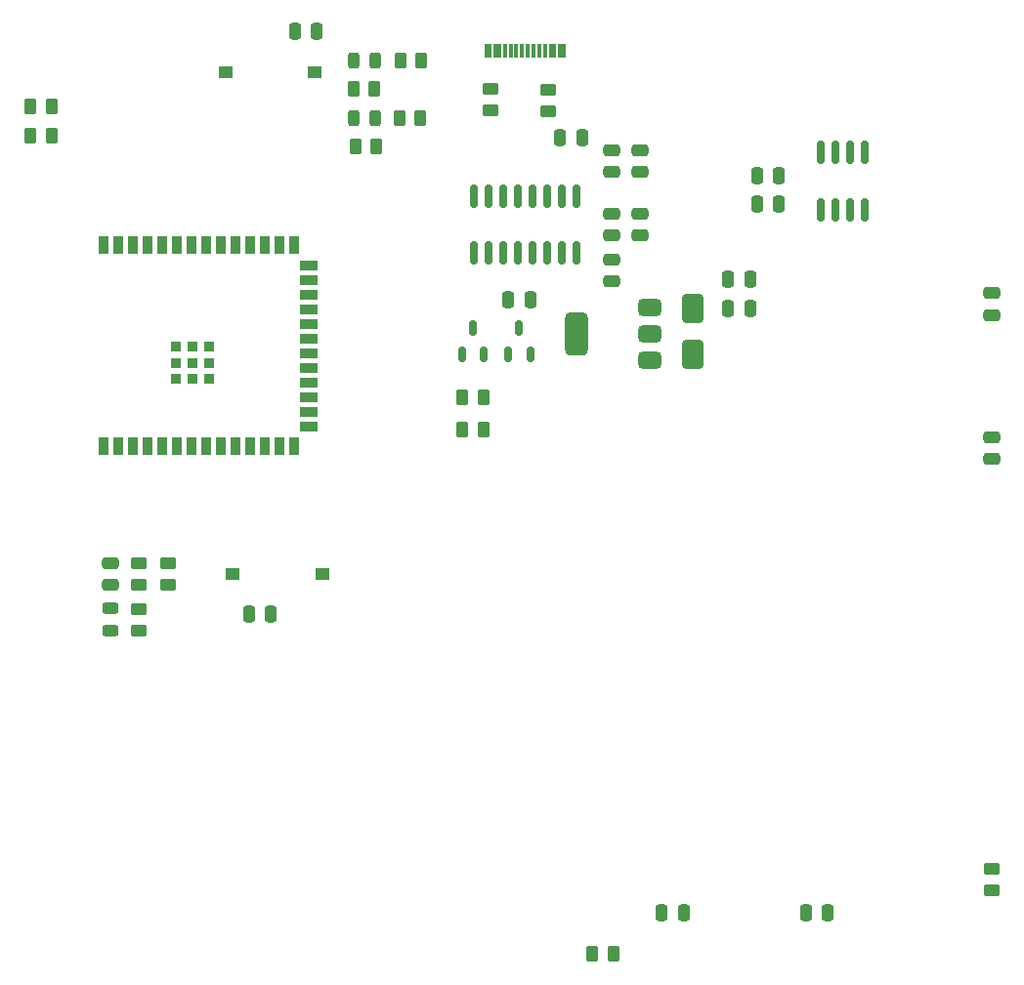
<source format=gbr>
%TF.GenerationSoftware,KiCad,Pcbnew,9.0.2-9.0.2-0~ubuntu24.04.1*%
%TF.CreationDate,2025-07-05T10:39:13-05:00*%
%TF.ProjectId,RECUV01,52454355-5630-4312-9e6b-696361645f70,rev?*%
%TF.SameCoordinates,Original*%
%TF.FileFunction,Paste,Top*%
%TF.FilePolarity,Positive*%
%FSLAX46Y46*%
G04 Gerber Fmt 4.6, Leading zero omitted, Abs format (unit mm)*
G04 Created by KiCad (PCBNEW 9.0.2-9.0.2-0~ubuntu24.04.1) date 2025-07-05 10:39:13*
%MOMM*%
%LPD*%
G01*
G04 APERTURE LIST*
G04 Aperture macros list*
%AMRoundRect*
0 Rectangle with rounded corners*
0 $1 Rounding radius*
0 $2 $3 $4 $5 $6 $7 $8 $9 X,Y pos of 4 corners*
0 Add a 4 corners polygon primitive as box body*
4,1,4,$2,$3,$4,$5,$6,$7,$8,$9,$2,$3,0*
0 Add four circle primitives for the rounded corners*
1,1,$1+$1,$2,$3*
1,1,$1+$1,$4,$5*
1,1,$1+$1,$6,$7*
1,1,$1+$1,$8,$9*
0 Add four rect primitives between the rounded corners*
20,1,$1+$1,$2,$3,$4,$5,0*
20,1,$1+$1,$4,$5,$6,$7,0*
20,1,$1+$1,$6,$7,$8,$9,0*
20,1,$1+$1,$8,$9,$2,$3,0*%
G04 Aperture macros list end*
%ADD10RoundRect,0.250000X-0.450000X0.262500X-0.450000X-0.262500X0.450000X-0.262500X0.450000X0.262500X0*%
%ADD11RoundRect,0.250000X-0.262500X-0.450000X0.262500X-0.450000X0.262500X0.450000X-0.262500X0.450000X0*%
%ADD12RoundRect,0.250000X0.262500X0.450000X-0.262500X0.450000X-0.262500X-0.450000X0.262500X-0.450000X0*%
%ADD13RoundRect,0.250000X0.475000X-0.250000X0.475000X0.250000X-0.475000X0.250000X-0.475000X-0.250000X0*%
%ADD14RoundRect,0.250000X-0.250000X-0.475000X0.250000X-0.475000X0.250000X0.475000X-0.250000X0.475000X0*%
%ADD15RoundRect,0.150000X-0.150000X0.825000X-0.150000X-0.825000X0.150000X-0.825000X0.150000X0.825000X0*%
%ADD16RoundRect,0.243750X-0.243750X-0.456250X0.243750X-0.456250X0.243750X0.456250X-0.243750X0.456250X0*%
%ADD17RoundRect,0.250000X0.450000X-0.262500X0.450000X0.262500X-0.450000X0.262500X-0.450000X-0.262500X0*%
%ADD18RoundRect,0.375000X0.625000X0.375000X-0.625000X0.375000X-0.625000X-0.375000X0.625000X-0.375000X0*%
%ADD19RoundRect,0.500000X0.500000X1.400000X-0.500000X1.400000X-0.500000X-1.400000X0.500000X-1.400000X0*%
%ADD20RoundRect,0.250000X0.650000X-1.000000X0.650000X1.000000X-0.650000X1.000000X-0.650000X-1.000000X0*%
%ADD21R,0.900000X1.500000*%
%ADD22R,1.500000X0.900000*%
%ADD23R,0.900000X0.900000*%
%ADD24R,0.300000X1.150000*%
%ADD25RoundRect,0.243750X0.456250X-0.243750X0.456250X0.243750X-0.456250X0.243750X-0.456250X-0.243750X0*%
%ADD26R,1.250000X1.000000*%
%ADD27RoundRect,0.250000X-0.475000X0.250000X-0.475000X-0.250000X0.475000X-0.250000X0.475000X0.250000X0*%
%ADD28RoundRect,0.250000X0.250000X0.475000X-0.250000X0.475000X-0.250000X-0.475000X0.250000X-0.475000X0*%
%ADD29RoundRect,0.150000X0.150000X-0.512500X0.150000X0.512500X-0.150000X0.512500X-0.150000X-0.512500X0*%
G04 APERTURE END LIST*
D10*
%TO.C,R2*%
X115840000Y-45037500D03*
X115840000Y-46862500D03*
%TD*%
D11*
%TO.C,R9*%
X108377500Y-71675000D03*
X110202500Y-71675000D03*
%TD*%
D12*
%TO.C,R15*%
X72752500Y-48950000D03*
X70927500Y-48950000D03*
%TD*%
D13*
%TO.C,C7*%
X123790000Y-57625000D03*
X123790000Y-55725000D03*
%TD*%
%TO.C,C6*%
X121290000Y-57625000D03*
X121290000Y-55725000D03*
%TD*%
D14*
%TO.C,C12*%
X89890000Y-90500000D03*
X91790000Y-90500000D03*
%TD*%
D15*
%TO.C,U4*%
X143245000Y-50450000D03*
X141975000Y-50450000D03*
X140705000Y-50450000D03*
X139435000Y-50450000D03*
X139435000Y-55400000D03*
X140705000Y-55400000D03*
X141975000Y-55400000D03*
X143245000Y-55400000D03*
%TD*%
D16*
%TO.C,D1*%
X98965000Y-42450000D03*
X100840000Y-42450000D03*
%TD*%
D14*
%TO.C,C2*%
X131390000Y-61450000D03*
X133290000Y-61450000D03*
%TD*%
D17*
%TO.C,R10*%
X80340000Y-87912500D03*
X80340000Y-86087500D03*
%TD*%
D18*
%TO.C,U2*%
X124590000Y-68475000D03*
X124590000Y-66175000D03*
D19*
X118290000Y-66175000D03*
D18*
X124590000Y-63875000D03*
%TD*%
D20*
%TO.C,D3*%
X128340000Y-67950000D03*
X128340000Y-63950000D03*
%TD*%
D21*
%TO.C,U3*%
X77260000Y-75950000D03*
X78530000Y-75950000D03*
X79800000Y-75950000D03*
X81070000Y-75950000D03*
X82340000Y-75950000D03*
X83610000Y-75950000D03*
X84880000Y-75950000D03*
X86150000Y-75950000D03*
X87420000Y-75950000D03*
X88690000Y-75950000D03*
X89960000Y-75950000D03*
X91230000Y-75950000D03*
X92500000Y-75950000D03*
X93770000Y-75950000D03*
D22*
X95020000Y-74185000D03*
X95020000Y-72915000D03*
X95020000Y-71645000D03*
X95020000Y-70375000D03*
X95020000Y-69105000D03*
X95020000Y-67835000D03*
X95020000Y-66565000D03*
X95020000Y-65295000D03*
X95020000Y-64025000D03*
X95020000Y-62755000D03*
X95020000Y-61485000D03*
X95020000Y-60215000D03*
D21*
X93770000Y-58450000D03*
X92500000Y-58450000D03*
X91230000Y-58450000D03*
X89960000Y-58450000D03*
X88690000Y-58450000D03*
X87420000Y-58450000D03*
X86150000Y-58450000D03*
X84880000Y-58450000D03*
X83610000Y-58450000D03*
X82340000Y-58450000D03*
X81070000Y-58450000D03*
X79800000Y-58450000D03*
X78530000Y-58450000D03*
X77260000Y-58450000D03*
D23*
X83580000Y-70100000D03*
X84980000Y-70100000D03*
X86380000Y-70100000D03*
X86380000Y-70100000D03*
X83580000Y-68700000D03*
X83580000Y-68700000D03*
X84980000Y-68700000D03*
X86380000Y-68700000D03*
X83580000Y-67300000D03*
X84980000Y-67300000D03*
X86380000Y-67300000D03*
%TD*%
D10*
%TO.C,R7*%
X80340000Y-90087500D03*
X80340000Y-91912500D03*
%TD*%
D24*
%TO.C,J1*%
X117140000Y-41620000D03*
X116340000Y-41620000D03*
X115040000Y-41620000D03*
X114040000Y-41620000D03*
X113540000Y-41620000D03*
X112540000Y-41620000D03*
X111240000Y-41620000D03*
X110440000Y-41620000D03*
X110740000Y-41620000D03*
X111540000Y-41620000D03*
X112040000Y-41620000D03*
X113040000Y-41620000D03*
X114540000Y-41620000D03*
X115540000Y-41620000D03*
X116040000Y-41620000D03*
X116840000Y-41620000D03*
%TD*%
D16*
%TO.C,D2*%
X98965000Y-47450000D03*
X100840000Y-47450000D03*
%TD*%
D25*
%TO.C,D4*%
X77840000Y-91875000D03*
X77840000Y-90000000D03*
%TD*%
D10*
%TO.C,R1*%
X110840000Y-44950000D03*
X110840000Y-46775000D03*
%TD*%
D12*
%TO.C,R5*%
X104815000Y-42450000D03*
X102990000Y-42450000D03*
%TD*%
D11*
%TO.C,R14*%
X70927500Y-46450000D03*
X72752500Y-46450000D03*
%TD*%
D26*
%TO.C,SW2*%
X87840000Y-43450000D03*
X95590000Y-43450000D03*
%TD*%
D15*
%TO.C,U1*%
X118235000Y-54200000D03*
X116965000Y-54200000D03*
X115695000Y-54200000D03*
X114425000Y-54200000D03*
X113155000Y-54200000D03*
X111885000Y-54200000D03*
X110615000Y-54200000D03*
X109345000Y-54200000D03*
X109345000Y-59150000D03*
X110615000Y-59150000D03*
X111885000Y-59150000D03*
X113155000Y-59150000D03*
X114425000Y-59150000D03*
X115695000Y-59150000D03*
X116965000Y-59150000D03*
X118235000Y-59150000D03*
%TD*%
D27*
%TO.C,C10*%
X121290000Y-59725000D03*
X121290000Y-61625000D03*
%TD*%
D14*
%TO.C,C1*%
X131390000Y-63950000D03*
X133290000Y-63950000D03*
%TD*%
D12*
%TO.C,R6*%
X104727500Y-47450000D03*
X102902500Y-47450000D03*
%TD*%
D27*
%TO.C,C17*%
X154250000Y-75150000D03*
X154250000Y-77050000D03*
%TD*%
D28*
%TO.C,C15*%
X135790000Y-52450000D03*
X133890000Y-52450000D03*
%TD*%
D27*
%TO.C,C18*%
X154250000Y-62650000D03*
X154250000Y-64550000D03*
%TD*%
D14*
%TO.C,C3*%
X116840000Y-49175000D03*
X118740000Y-49175000D03*
%TD*%
%TO.C,C8*%
X112340000Y-63175000D03*
X114240000Y-63175000D03*
%TD*%
D11*
%TO.C,R12*%
X119640000Y-119910000D03*
X121465000Y-119910000D03*
%TD*%
D29*
%TO.C,Q1*%
X112340000Y-67950000D03*
X114240000Y-67950000D03*
X113290000Y-65675000D03*
%TD*%
D14*
%TO.C,C14*%
X138140000Y-116410000D03*
X140040000Y-116410000D03*
%TD*%
D28*
%TO.C,C9*%
X95740000Y-39950000D03*
X93840000Y-39950000D03*
%TD*%
D29*
%TO.C,Q2*%
X108340000Y-67950000D03*
X110240000Y-67950000D03*
X109290000Y-65675000D03*
%TD*%
D11*
%TO.C,R4*%
X99077500Y-49950000D03*
X100902500Y-49950000D03*
%TD*%
D17*
%TO.C,R11*%
X82840000Y-87912500D03*
X82840000Y-86087500D03*
%TD*%
D13*
%TO.C,C4*%
X123790000Y-52125000D03*
X123790000Y-50225000D03*
%TD*%
%TO.C,C11*%
X77840000Y-87950000D03*
X77840000Y-86050000D03*
%TD*%
D12*
%TO.C,R8*%
X110202500Y-74450000D03*
X108377500Y-74450000D03*
%TD*%
D28*
%TO.C,C16*%
X135790000Y-54950000D03*
X133890000Y-54950000D03*
%TD*%
D26*
%TO.C,SW1*%
X96215000Y-87000000D03*
X88465000Y-87000000D03*
%TD*%
D14*
%TO.C,C13*%
X125640000Y-116410000D03*
X127540000Y-116410000D03*
%TD*%
D12*
%TO.C,R3*%
X100752500Y-44950000D03*
X98927500Y-44950000D03*
%TD*%
D13*
%TO.C,C5*%
X121290000Y-52125000D03*
X121290000Y-50225000D03*
%TD*%
D17*
%TO.C,R13*%
X154250000Y-114425000D03*
X154250000Y-112600000D03*
%TD*%
M02*

</source>
